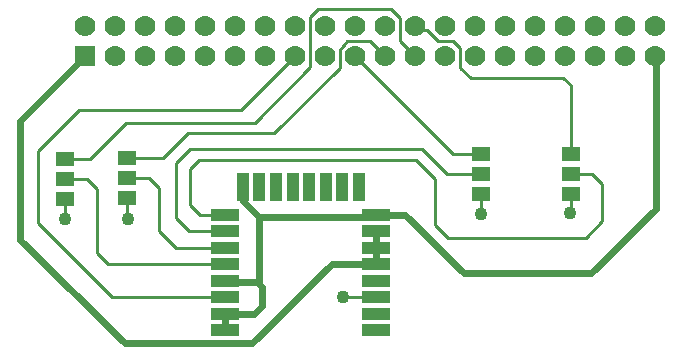
<source format=gtl>
G75*
%MOIN*%
%OFA0B0*%
%FSLAX25Y25*%
%IPPOS*%
%LPD*%
%AMOC8*
5,1,8,0,0,1.08239X$1,22.5*
%
%ADD10R,0.05906X0.05118*%
%ADD11R,0.09646X0.03937*%
%ADD12R,0.03937X0.09646*%
%ADD13R,0.07000X0.07000*%
%ADD14C,0.07000*%
%ADD15C,0.01000*%
%ADD16C,0.04356*%
%ADD17C,0.02400*%
D10*
X0031429Y0088674D03*
X0031429Y0095367D03*
X0031429Y0102059D03*
X0052218Y0102453D03*
X0052218Y0095760D03*
X0052218Y0089067D03*
X0170000Y0090344D03*
X0170000Y0097037D03*
X0170000Y0103730D03*
X0200000Y0103730D03*
X0200000Y0097037D03*
X0200000Y0090344D03*
D11*
X0135197Y0083533D03*
X0135197Y0078022D03*
X0135197Y0072510D03*
X0135197Y0066998D03*
X0135197Y0061486D03*
X0135197Y0055974D03*
X0135197Y0050463D03*
X0135197Y0044951D03*
X0084803Y0044951D03*
X0084803Y0050463D03*
X0084803Y0055974D03*
X0084803Y0061486D03*
X0084803Y0066998D03*
X0084803Y0072510D03*
X0084803Y0078022D03*
X0084803Y0083533D03*
D12*
X0090709Y0092569D03*
X0096220Y0092569D03*
X0101732Y0092569D03*
X0107244Y0092569D03*
X0112756Y0092569D03*
X0118268Y0092569D03*
X0123780Y0092569D03*
X0129291Y0092569D03*
D13*
X0037953Y0136368D03*
D14*
X0047953Y0136368D03*
X0057953Y0136368D03*
X0067953Y0136368D03*
X0077953Y0136368D03*
X0087953Y0136368D03*
X0097953Y0136368D03*
X0107953Y0136368D03*
X0117953Y0136368D03*
X0127953Y0136368D03*
X0137953Y0136368D03*
X0147953Y0136368D03*
X0157953Y0136368D03*
X0167953Y0136368D03*
X0177953Y0136368D03*
X0187953Y0136368D03*
X0197953Y0136368D03*
X0207953Y0136368D03*
X0217953Y0136368D03*
X0227953Y0136368D03*
X0227953Y0146368D03*
X0217953Y0146368D03*
X0207953Y0146368D03*
X0197953Y0146368D03*
X0187953Y0146368D03*
X0177953Y0146368D03*
X0167953Y0146368D03*
X0157953Y0146368D03*
X0147953Y0146368D03*
X0137953Y0146368D03*
X0127953Y0146368D03*
X0117953Y0146368D03*
X0107953Y0146368D03*
X0097953Y0146368D03*
X0087953Y0146368D03*
X0077953Y0146368D03*
X0067953Y0146368D03*
X0057953Y0146368D03*
X0047953Y0146368D03*
X0037953Y0146368D03*
D15*
X0035986Y0118357D02*
X0089941Y0118357D01*
X0107953Y0136368D01*
X0112911Y0132690D02*
X0112911Y0149459D01*
X0115683Y0151915D01*
X0140110Y0151915D01*
X0143044Y0148981D01*
X0143044Y0141277D01*
X0147953Y0136368D01*
X0148102Y0136218D01*
X0155571Y0141454D02*
X0151935Y0145090D01*
X0149231Y0145090D01*
X0147953Y0146368D01*
X0155571Y0141454D02*
X0160876Y0141454D01*
X0162958Y0139096D01*
X0162958Y0132510D01*
X0166576Y0129168D01*
X0197430Y0129168D01*
X0200000Y0126598D01*
X0200000Y0103730D01*
X0200090Y0097127D02*
X0200000Y0097037D01*
X0200090Y0097127D02*
X0207157Y0097127D01*
X0210498Y0093786D01*
X0210498Y0081303D01*
X0204896Y0075701D01*
X0159206Y0075701D01*
X0154784Y0080123D01*
X0154784Y0095358D01*
X0148396Y0101747D01*
X0076077Y0101747D01*
X0073129Y0098799D01*
X0073129Y0086807D01*
X0076403Y0083533D01*
X0084803Y0083533D01*
X0084803Y0078022D02*
X0072775Y0078022D01*
X0068511Y0082286D01*
X0068511Y0100765D01*
X0073031Y0105285D01*
X0150262Y0105285D01*
X0158616Y0096931D01*
X0169893Y0096931D01*
X0170000Y0097037D01*
X0170000Y0090344D02*
X0170000Y0083679D01*
X0170073Y0083606D01*
X0199803Y0083922D02*
X0200000Y0084119D01*
X0200000Y0090344D01*
X0170000Y0103730D02*
X0160591Y0103730D01*
X0127953Y0136368D01*
X0123088Y0138442D02*
X0125440Y0141269D01*
X0133052Y0141269D01*
X0137953Y0136368D01*
X0123088Y0138442D02*
X0123088Y0132436D01*
X0100967Y0110789D01*
X0072539Y0110789D01*
X0064203Y0102453D01*
X0052218Y0102453D01*
X0052218Y0095760D02*
X0052227Y0095751D01*
X0059471Y0095751D01*
X0062812Y0092410D01*
X0062812Y0078158D01*
X0068460Y0072510D01*
X0084803Y0072510D01*
X0084803Y0066998D02*
X0045867Y0066998D01*
X0042078Y0070787D01*
X0042078Y0092017D01*
X0038738Y0095358D01*
X0031437Y0095358D01*
X0031429Y0095367D01*
X0031429Y0102059D02*
X0039735Y0102059D01*
X0051708Y0114032D01*
X0094569Y0114032D01*
X0112911Y0132690D01*
X0052218Y0089067D02*
X0052218Y0082322D01*
X0052475Y0082066D01*
X0031429Y0082175D02*
X0031352Y0082099D01*
X0031429Y0082175D02*
X0031429Y0088674D01*
X0022328Y0080615D02*
X0022328Y0104698D01*
X0035986Y0118357D01*
X0022328Y0080615D02*
X0046969Y0055974D01*
X0084803Y0055974D01*
X0124067Y0056039D02*
X0124131Y0055974D01*
X0135197Y0055974D01*
D16*
X0124067Y0056039D03*
X0170073Y0083606D03*
X0199803Y0083922D03*
X0052475Y0082066D03*
X0031352Y0082099D03*
D17*
X0016334Y0075210D02*
X0051356Y0040747D01*
X0093600Y0040747D01*
X0120345Y0066998D01*
X0135197Y0066998D01*
X0135197Y0072510D01*
X0135197Y0078022D01*
X0134550Y0082886D02*
X0135197Y0083533D01*
X0144885Y0083533D01*
X0164414Y0064005D01*
X0206759Y0064005D01*
X0228284Y0085530D01*
X0228284Y0136037D01*
X0227953Y0136368D01*
X0134550Y0082886D02*
X0095925Y0082886D01*
X0095925Y0061447D01*
X0095413Y0060935D01*
X0085354Y0060935D01*
X0084803Y0061486D01*
X0095413Y0060935D02*
X0097005Y0059343D01*
X0097005Y0052974D01*
X0094494Y0050463D01*
X0084803Y0050463D01*
X0084803Y0044951D01*
X0095925Y0082886D02*
X0090709Y0088102D01*
X0090709Y0092569D01*
X0037953Y0136368D02*
X0016334Y0114749D01*
X0016334Y0075210D01*
M02*

</source>
